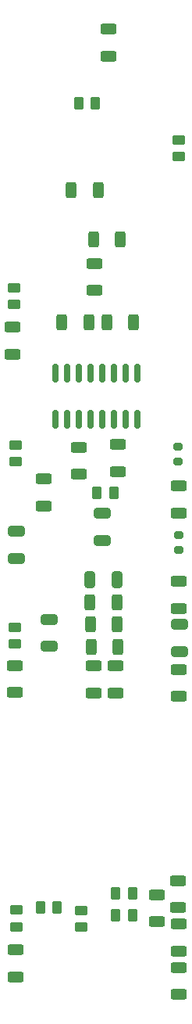
<source format=gbr>
%TF.GenerationSoftware,KiCad,Pcbnew,7.0.2*%
%TF.CreationDate,2023-06-26T14:18:18-04:00*%
%TF.ProjectId,as3340_no_mux,61733333-3430-45f6-9e6f-5f6d75782e6b,rev?*%
%TF.SameCoordinates,Original*%
%TF.FileFunction,Paste,Bot*%
%TF.FilePolarity,Positive*%
%FSLAX46Y46*%
G04 Gerber Fmt 4.6, Leading zero omitted, Abs format (unit mm)*
G04 Created by KiCad (PCBNEW 7.0.2) date 2023-06-26 14:18:18*
%MOMM*%
%LPD*%
G01*
G04 APERTURE LIST*
G04 Aperture macros list*
%AMRoundRect*
0 Rectangle with rounded corners*
0 $1 Rounding radius*
0 $2 $3 $4 $5 $6 $7 $8 $9 X,Y pos of 4 corners*
0 Add a 4 corners polygon primitive as box body*
4,1,4,$2,$3,$4,$5,$6,$7,$8,$9,$2,$3,0*
0 Add four circle primitives for the rounded corners*
1,1,$1+$1,$2,$3*
1,1,$1+$1,$4,$5*
1,1,$1+$1,$6,$7*
1,1,$1+$1,$8,$9*
0 Add four rect primitives between the rounded corners*
20,1,$1+$1,$2,$3,$4,$5,0*
20,1,$1+$1,$4,$5,$6,$7,0*
20,1,$1+$1,$6,$7,$8,$9,0*
20,1,$1+$1,$8,$9,$2,$3,0*%
G04 Aperture macros list end*
%ADD10RoundRect,0.250000X0.450000X-0.262500X0.450000X0.262500X-0.450000X0.262500X-0.450000X-0.262500X0*%
%ADD11RoundRect,0.250000X-0.450000X0.262500X-0.450000X-0.262500X0.450000X-0.262500X0.450000X0.262500X0*%
%ADD12RoundRect,0.250000X-0.262500X-0.450000X0.262500X-0.450000X0.262500X0.450000X-0.262500X0.450000X0*%
%ADD13RoundRect,0.250000X0.262500X0.450000X-0.262500X0.450000X-0.262500X-0.450000X0.262500X-0.450000X0*%
%ADD14RoundRect,0.200000X-0.275000X0.200000X-0.275000X-0.200000X0.275000X-0.200000X0.275000X0.200000X0*%
%ADD15RoundRect,0.200000X0.275000X-0.200000X0.275000X0.200000X-0.275000X0.200000X-0.275000X-0.200000X0*%
%ADD16RoundRect,0.250000X0.325000X0.650000X-0.325000X0.650000X-0.325000X-0.650000X0.325000X-0.650000X0*%
%ADD17RoundRect,0.250000X0.625000X-0.312500X0.625000X0.312500X-0.625000X0.312500X-0.625000X-0.312500X0*%
%ADD18RoundRect,0.250000X-0.312500X-0.625000X0.312500X-0.625000X0.312500X0.625000X-0.312500X0.625000X0*%
%ADD19RoundRect,0.250000X-0.625000X0.312500X-0.625000X-0.312500X0.625000X-0.312500X0.625000X0.312500X0*%
%ADD20RoundRect,0.250000X0.312500X0.625000X-0.312500X0.625000X-0.312500X-0.625000X0.312500X-0.625000X0*%
%ADD21RoundRect,0.150000X-0.150000X0.825000X-0.150000X-0.825000X0.150000X-0.825000X0.150000X0.825000X0*%
%ADD22RoundRect,0.250000X0.650000X-0.325000X0.650000X0.325000X-0.650000X0.325000X-0.650000X-0.325000X0*%
%ADD23RoundRect,0.250000X-0.650000X0.325000X-0.650000X-0.325000X0.650000X-0.325000X0.650000X0.325000X0*%
G04 APERTURE END LIST*
D10*
%TO.C,R60*%
X179120800Y-105103300D03*
X179120800Y-103278300D03*
%TD*%
D11*
%TO.C,R55*%
X179222400Y-83567900D03*
X179222400Y-85392900D03*
%TD*%
%TO.C,R54*%
X179070000Y-66560600D03*
X179070000Y-68385600D03*
%TD*%
D12*
%TO.C,R46*%
X190095500Y-134493000D03*
X191920500Y-134493000D03*
%TD*%
%TO.C,R40*%
X190095500Y-132080000D03*
X191920500Y-132080000D03*
%TD*%
D13*
%TO.C,R39*%
X183741700Y-133654800D03*
X181916700Y-133654800D03*
%TD*%
D11*
%TO.C,R38*%
X179324000Y-133910700D03*
X179324000Y-135735700D03*
%TD*%
D14*
%TO.C,R10*%
X196850000Y-83757000D03*
X196850000Y-85407000D03*
%TD*%
D11*
%TO.C,R9*%
X186385200Y-133961500D03*
X186385200Y-135786500D03*
%TD*%
D12*
%TO.C,R8*%
X186082300Y-46634400D03*
X187907300Y-46634400D03*
%TD*%
D13*
%TO.C,R7*%
X189888500Y-88747600D03*
X188063500Y-88747600D03*
%TD*%
D10*
%TO.C,R5*%
X196900800Y-52372900D03*
X196900800Y-50547900D03*
%TD*%
D15*
%TO.C,R1*%
X196900800Y-94957400D03*
X196900800Y-93307400D03*
%TD*%
D16*
%TO.C,C1*%
X190247800Y-98145600D03*
X187297800Y-98145600D03*
%TD*%
D17*
%TO.C,R69*%
X196900800Y-101284500D03*
X196900800Y-98359500D03*
%TD*%
D18*
%TO.C,R6*%
X187665900Y-61366400D03*
X190590900Y-61366400D03*
%TD*%
%TO.C,R34*%
X189139100Y-70307200D03*
X192064100Y-70307200D03*
%TD*%
D19*
%TO.C,R4*%
X196900800Y-140117100D03*
X196900800Y-143042100D03*
%TD*%
D17*
%TO.C,R58*%
X179120800Y-110377700D03*
X179120800Y-107452700D03*
%TD*%
D20*
%TO.C,R11*%
X190286100Y-103022400D03*
X187361100Y-103022400D03*
%TD*%
D19*
%TO.C,R37*%
X196951600Y-87996300D03*
X196951600Y-90921300D03*
%TD*%
D18*
%TO.C,R16*%
X185278300Y-55981600D03*
X188203300Y-55981600D03*
%TD*%
D19*
%TO.C,R20*%
X186055000Y-83820000D03*
X186055000Y-86745000D03*
%TD*%
D17*
%TO.C,R67*%
X196850000Y-133644100D03*
X196850000Y-130719100D03*
%TD*%
D21*
%TO.C,U1*%
X183515000Y-75822000D03*
X184785000Y-75822000D03*
X186055000Y-75822000D03*
X187325000Y-75822000D03*
X188595000Y-75822000D03*
X189865000Y-75822000D03*
X191135000Y-75822000D03*
X192405000Y-75822000D03*
X192405000Y-80772000D03*
X191135000Y-80772000D03*
X189865000Y-80772000D03*
X188595000Y-80772000D03*
X187325000Y-80772000D03*
X186055000Y-80772000D03*
X184785000Y-80772000D03*
X183515000Y-80772000D03*
%TD*%
D17*
%TO.C,R26*%
X196951600Y-138368500D03*
X196951600Y-135443500D03*
%TD*%
D18*
%TO.C,R64*%
X187411900Y-105460800D03*
X190336900Y-105460800D03*
%TD*%
D19*
%TO.C,R19*%
X179222400Y-138237500D03*
X179222400Y-141162500D03*
%TD*%
%TO.C,R3*%
X190296800Y-83525900D03*
X190296800Y-86450900D03*
%TD*%
%TO.C,R2*%
X189280800Y-38567900D03*
X189280800Y-41492900D03*
%TD*%
%TO.C,R24*%
X182245000Y-87245000D03*
X182245000Y-90170000D03*
%TD*%
D22*
%TO.C,C2*%
X179324000Y-95861400D03*
X179324000Y-92911400D03*
%TD*%
D17*
%TO.C,R17*%
X194564000Y-135193500D03*
X194564000Y-132268500D03*
%TD*%
D18*
%TO.C,R12*%
X187310300Y-100584000D03*
X190235300Y-100584000D03*
%TD*%
D23*
%TO.C,C7*%
X182880000Y-102438200D03*
X182880000Y-105388200D03*
%TD*%
D19*
%TO.C,R51*%
X178917600Y-70825900D03*
X178917600Y-73750900D03*
%TD*%
D20*
%TO.C,R36*%
X187187300Y-70307200D03*
X184262300Y-70307200D03*
%TD*%
D19*
%TO.C,R68*%
X190093600Y-107503500D03*
X190093600Y-110428500D03*
%TD*%
D23*
%TO.C,C9*%
X188620400Y-90981000D03*
X188620400Y-93931000D03*
%TD*%
D19*
%TO.C,R62*%
X187706000Y-107503500D03*
X187706000Y-110428500D03*
%TD*%
D23*
%TO.C,C3*%
X197002400Y-103020600D03*
X197002400Y-105970600D03*
%TD*%
D17*
%TO.C,R66*%
X196900800Y-110784100D03*
X196900800Y-107859100D03*
%TD*%
D19*
%TO.C,R50*%
X187756800Y-63917100D03*
X187756800Y-66842100D03*
%TD*%
M02*

</source>
